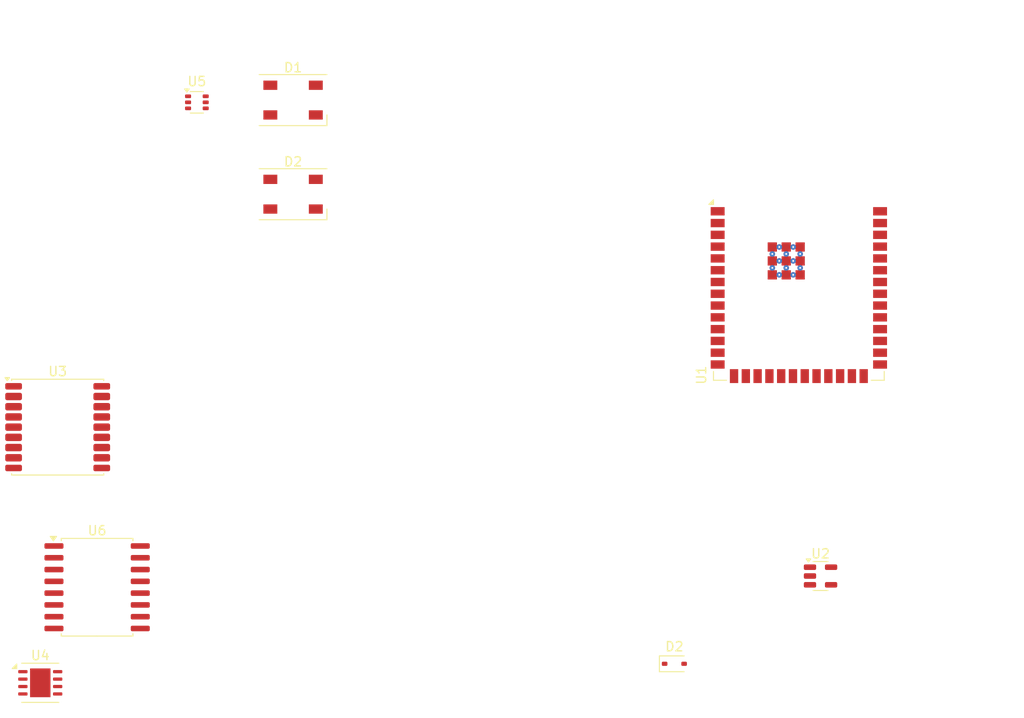
<source format=kicad_pcb>
(kicad_pcb (version 20240108) (generator "pcbnew") (generator_version "8.0")
  (layers (0 "F.Cu" signal) (31 "B.Cu" signal) (34 "B.Paste" user) (35 "F.Paste" user) (36 "B.SilkS" user "B.Silkscreen") (37 "F.SilkS" user "F.Silkscreen") (38 "B.Mask" user) (39 "F.Mask" user) (44 "Edge.Cuts" user))
  (net 0 "")
  (net 2 "GND")
  (net 10 "3V3")
  (net 12 "Net-(U3-GND-Pad1)")
  (net 27 "/VBUS")
  (net 31 "Net-(D2-A)")
  (net 34 "/D-")
  (net 39 "/D+")
  (net 69 "Net-(U4-VSS-Pad4)")
  (net 78 "Net-(U6-GND-Pad10)")
  (footprint "LED_SMD:LED_SK6812_PLCC4_5.0x5.0mm_P3.2mm" (layer "F.Cu") (at 54.615 57.9)
    (property "Reference" "D2" (at 0 -3.5 0) (layer "F.SilkS"))
    (property "Value" "SK6812")
    (fp_line (start -3.65 -2.75) (end 3.65 -2.75) (stroke (width 0.12)) (layer "F.SilkS"))
    (fp_line (start -3.65 2.75) (end 3.65 2.75) (stroke (width 0.12)) (layer "F.SilkS"))
    (fp_line (start 3.65 2.75) (end 3.65 1.6) (stroke (width 0.12)) (layer "F.SilkS"))
    (pad "1" smd rect (at 2.45 1.6) (size 1.5 1) (layers "F.Cu" "F.Paste" "F.Mask"))
    (pad "2" smd rect (at 2.45 -1.6) (size 1.5 1) (layers "F.Cu" "F.Paste" "F.Mask"))
    (pad "3" smd rect (at -2.45 -1.6) (size 1.5 1) (layers "F.Cu" "F.Paste" "F.Mask"))
    (pad "4" smd rect (at -2.45 1.6) (size 1.5 1) (layers "F.Cu" "F.Paste" "F.Mask"))
  )
  (footprint "Package_SO:SOIC-16W_7.5x10.3mm_P1.27mm" (layer "F.Cu") (at 33.5 100.25)
    (property "Reference" "U6" (at 0 -6.1 0) (layer "F.SilkS"))
    (property "Value" "DS3231M")
    (fp_line (start -3.86 -5.26) (end -3.86 -5.005) (stroke (width 0.12)) (layer "F.SilkS"))
    (fp_line (start -3.86 5.26) (end -3.86 5.005) (stroke (width 0.12)) (layer "F.SilkS"))
    (fp_line (start 0 -5.26) (end -3.86 -5.26) (stroke (width 0.12)) (layer "F.SilkS"))
    (fp_line (start 0 -5.26) (end 3.86 -5.26) (stroke (width 0.12)) (layer "F.SilkS"))
    (fp_line (start 0 5.26) (end -3.86 5.26) (stroke (width 0.12)) (layer "F.SilkS"))
    (fp_line (start 0 5.26) (end 3.86 5.26) (stroke (width 0.12)) (layer "F.SilkS"))
    (fp_line (start 3.86 -5.26) (end 3.86 -5.005) (stroke (width 0.12)) (layer "F.SilkS"))
    (fp_line (start 3.86 5.26) (end 3.86 5.005) (stroke (width 0.12)) (layer "F.SilkS"))
    (fp_poly (pts (xy -4.7125 -5.005) (xy -5.0525 -5.475) (xy -4.3725 -5.475) (xy -4.7125 -5.005)) (stroke (width 0.12)) (fill solid) (layer "F.SilkS"))
    (pad "1" smd roundrect (at -4.65 -4.445) (size 2.05 0.6) (layers "F.Cu" "F.Paste" "F.Mask"))
    (pad "2" smd roundrect (at -4.65 -3.175) (size 2.05 0.6) (layers "F.Cu" "F.Paste" "F.Mask"))
    (pad "3" smd roundrect (at -4.65 -1.905) (size 2.05 0.6) (layers "F.Cu" "F.Paste" "F.Mask"))
    (pad "4" smd roundrect (at -4.65 -0.635) (size 2.05 0.6) (layers "F.Cu" "F.Paste" "F.Mask"))
    (pad "5" smd roundrect (at -4.65 0.635) (size 2.05 0.6) (layers "F.Cu" "F.Paste" "F.Mask") (net 78 "Net-(U6-GND-Pad10)"))
    (pad "6" smd roundrect (at -4.65 1.905) (size 2.05 0.6) (layers "F.Cu" "F.Paste" "F.Mask") (net 78 "Net-(U6-GND-Pad10)"))
    (pad "7" smd roundrect (at -4.65 3.175) (size 2.05 0.6) (layers "F.Cu" "F.Paste" "F.Mask") (net 78 "Net-(U6-GND-Pad10)"))
    (pad "8" smd roundrect (at -4.65 4.445) (size 2.05 0.6) (layers "F.Cu" "F.Paste" "F.Mask") (net 78 "Net-(U6-GND-Pad10)"))
    (pad "9" smd roundrect (at 4.65 4.445) (size 2.05 0.6) (layers "F.Cu" "F.Paste" "F.Mask") (net 78 "Net-(U6-GND-Pad10)"))
    (pad "10" smd roundrect (at 4.65 3.175) (size 2.05 0.6) (layers "F.Cu" "F.Paste" "F.Mask") (net 78 "Net-(U6-GND-Pad10)"))
    (pad "11" smd roundrect (at 4.65 1.905) (size 2.05 0.6) (layers "F.Cu" "F.Paste" "F.Mask") (net 78 "Net-(U6-GND-Pad10)"))
    (pad "12" smd roundrect (at 4.65 0.635) (size 2.05 0.6) (layers "F.Cu" "F.Paste" "F.Mask") (net 78 "Net-(U6-GND-Pad10)"))
    (pad "13" smd roundrect (at 4.65 -0.635) (size 2.05 0.6) (layers "F.Cu" "F.Paste" "F.Mask") (net 78 "Net-(U6-GND-Pad10)"))
    (pad "14" smd roundrect (at 4.65 -1.905) (size 2.05 0.6) (layers "F.Cu" "F.Paste" "F.Mask"))
    (pad "15" smd roundrect (at 4.65 -3.175) (size 2.05 0.6) (layers "F.Cu" "F.Paste" "F.Mask"))
    (pad "16" smd roundrect (at 4.65 -4.445) (size 2.05 0.6) (layers "F.Cu" "F.Paste" "F.Mask"))
  )
  (footprint "RF_GPS:ublox_MAX" (layer "F.Cu") (at 29.25 83)
    (property "Reference" "U3" (at 0 -6 0) (layer "F.SilkS"))
    (property "Value" "MAX-M10S")
    (fp_line (start -4.96 -5.16) (end -4.96 -5.01) (stroke (width 0.12)) (layer "F.SilkS"))
    (fp_line (start -4.96 -5.16) (end 4.96 -5.16) (stroke (width 0.12)) (layer "F.SilkS"))
    (fp_line (start -4.96 5.01) (end -4.96 5.16) (stroke (width 0.12)) (layer "F.SilkS"))
    (fp_line (start -4.96 5.16) (end 4.96 5.16) (stroke (width 0.12)) (layer "F.SilkS"))
    (fp_line (start 4.96 -5.16) (end 4.96 -5.01) (stroke (width 0.12)) (layer "F.SilkS"))
    (fp_line (start 4.96 5.01) (end 4.96 5.16) (stroke (width 0.12)) (layer "F.SilkS"))
    (fp_poly (pts (xy -5.43 -5.01) (xy -5.67 -5.34) (xy -5.19 -5.34) (xy -5.43 -5.01)) (stroke (width 0.12)) (fill solid) (layer "F.SilkS"))
    (pad "1" smd roundrect (at -4.75 -4.4) (size 1.8 0.7) (layers "F.Cu" "F.Paste" "F.Mask") (net 12 "Net-(U3-GND-Pad1)"))
    (pad "2" smd roundrect (at -4.75 -3.3) (size 1.8 0.8) (layers "F.Cu" "F.Paste" "F.Mask"))
    (pad "3" smd roundrect (at -4.75 -2.2) (size 1.8 0.8) (layers "F.Cu" "F.Paste" "F.Mask"))
    (pad "4" smd roundrect (at -4.75 -1.1) (size 1.8 0.8) (layers "F.Cu" "F.Paste" "F.Mask"))
    (pad "5" smd roundrect (at -4.75 0) (size 1.8 0.8) (layers "F.Cu" "F.Paste" "F.Mask"))
    (pad "6" smd roundrect (at -4.75 1.1) (size 1.8 0.8) (layers "F.Cu" "F.Paste" "F.Mask"))
    (pad "7" smd roundrect (at -4.75 2.2) (size 1.8 0.8) (layers "F.Cu" "F.Paste" "F.Mask"))
    (pad "8" smd roundrect (at -4.75 3.3) (size 1.8 0.8) (layers "F.Cu" "F.Paste" "F.Mask"))
    (pad "9" smd roundrect (at -4.75 4.4) (size 1.8 0.7) (layers "F.Cu" "F.Paste" "F.Mask"))
    (pad "10" smd roundrect (at 4.75 4.4) (size 1.8 0.7) (layers "F.Cu" "F.Paste" "F.Mask") (net 12 "Net-(U3-GND-Pad1)"))
    (pad "11" smd roundrect (at 4.75 3.3) (size 1.8 0.8) (layers "F.Cu" "F.Paste" "F.Mask"))
    (pad "12" smd roundrect (at 4.75 2.2) (size 1.8 0.8) (layers "F.Cu" "F.Paste" "F.Mask") (net 12 "Net-(U3-GND-Pad1)"))
    (pad "13" smd roundrect (at 4.75 1.1) (size 1.8 0.8) (layers "F.Cu" "F.Paste" "F.Mask"))
    (pad "14" smd roundrect (at 4.75 0) (size 1.8 0.8) (layers "F.Cu" "F.Paste" "F.Mask"))
    (pad "15" smd roundrect (at 4.75 -1.1) (size 1.8 0.8) (layers "F.Cu" "F.Paste" "F.Mask"))
    (pad "16" smd roundrect (at 4.75 -2.2) (size 1.8 0.8) (layers "F.Cu" "F.Paste" "F.Mask"))
    (pad "17" smd roundrect (at 4.75 -3.3) (size 1.8 0.8) (layers "F.Cu" "F.Paste" "F.Mask"))
    (pad "18" smd roundrect (at 4.75 -4.4) (size 1.8 0.7) (layers "F.Cu" "F.Paste" "F.Mask"))
  )
  (footprint "Package_TO_SOT_SMD:SOT-23-5" (layer "F.Cu") (at 111.45 99.04)
    (property "Reference" "U2" (at 0 -2.4 0) (layer "F.SilkS"))
    (property "Value" "AP2112K-3.3")
    (fp_line (start 0 -1.56) (end -0.8 -1.56) (stroke (width 0.12)) (layer "F.SilkS"))
    (fp_line (start 0 -1.56) (end 0.8 -1.56) (stroke (width 0.12)) (layer "F.SilkS"))
    (fp_line (start 0 1.56) (end -0.8 1.56) (stroke (width 0.12)) (layer "F.SilkS"))
    (fp_line (start 0 1.56) (end 0.8 1.56) (stroke (width 0.12)) (layer "F.SilkS"))
    (fp_poly (pts (xy -1.3 -1.51) (xy -1.54 -1.84) (xy -1.06 -1.84) (xy -1.3 -1.51)) (stroke (width 0.12)) (fill solid) (layer "F.SilkS"))
    (pad "1" smd roundrect (at -1.1375 -0.95) (size 1.325 0.6) (layers "F.Cu" "F.Paste" "F.Mask") (net 27 "/VBUS"))
    (pad "2" smd roundrect (at -1.1375 0) (size 1.325 0.6) (layers "F.Cu" "F.Paste" "F.Mask") (net 2 "GND"))
    (pad "3" smd roundrect (at -1.1375 0.95) (size 1.325 0.6) (layers "F.Cu" "F.Paste" "F.Mask") (net 27 "/VBUS"))
    (pad "4" smd roundrect (at 1.1375 0.95) (size 1.325 0.6) (layers "F.Cu" "F.Paste" "F.Mask"))
    (pad "5" smd roundrect (at 1.1375 -0.95) (size 1.325 0.6) (layers "F.Cu" "F.Paste" "F.Mask") (net 10 "3V3"))
  )
  (footprint "Diode_SMD:D_SOD-323" (layer "F.Cu") (at 95.7 108.5)
    (property "Reference" "D2" (at 0 -1.85 0) (layer "F.SilkS"))
    (property "Value" "NSR0320MW2T1G")
    (fp_line (start -1.61 -0.85) (end -1.61 0.85) (stroke (width 0.12)) (layer "F.SilkS"))
    (fp_line (start -1.61 -0.85) (end 1.05 -0.85) (stroke (width 0.12)) (layer "F.SilkS"))
    (fp_line (start -1.61 0.85) (end 1.05 0.85) (stroke (width 0.12)) (layer "F.SilkS"))
    (pad "1" smd roundrect (at -1.05 0) (size 0.6 0.45) (layers "F.Cu" "F.Paste" "F.Mask") (net 27 "/VBUS"))
    (pad "2" smd roundrect (at 1.05 0) (size 0.6 0.45) (layers "F.Cu" "F.Paste" "F.Mask") (net 31 "Net-(D2-A)"))
  )
  (footprint "LED_SMD:LED_SK6812_PLCC4_5.0x5.0mm_P3.2mm" (layer "F.Cu") (at 54.615 47.76)
    (property "Reference" "D1" (at 0 -3.5 0) (layer "F.SilkS"))
    (property "Value" "SK6812")
    (fp_line (start -3.65 -2.75) (end 3.65 -2.75) (stroke (width 0.12)) (layer "F.SilkS"))
    (fp_line (start -3.65 2.75) (end 3.65 2.75) (stroke (width 0.12)) (layer "F.SilkS"))
    (fp_line (start 3.65 2.75) (end 3.65 1.6) (stroke (width 0.12)) (layer "F.SilkS"))
    (pad "1" smd rect (at 2.45 1.6) (size 1.5 1) (layers "F.Cu" "F.Paste" "F.Mask"))
    (pad "2" smd rect (at 2.45 -1.6) (size 1.5 1) (layers "F.Cu" "F.Paste" "F.Mask"))
    (pad "3" smd rect (at -2.45 -1.6) (size 1.5 1) (layers "F.Cu" "F.Paste" "F.Mask"))
    (pad "4" smd rect (at -2.45 1.6) (size 1.5 1) (layers "F.Cu" "F.Paste" "F.Mask"))
  )
  (footprint "Package_SON:HVSON-8-1EP_4x4mm_P0.8mm_EP2.2x3.1mm" (layer "F.Cu") (at 27.375 110.55)
    (property "Reference" "U4" (at 0 -2.95 0) (layer "F.SilkS"))
    (property "Value" "PCF8523TK")
    (fp_line (start -2 -2.11) (end 2 -2.11) (stroke (width 0.12)) (layer "F.SilkS"))
    (fp_line (start -2 2.11) (end 2 2.11) (stroke (width 0.12)) (layer "F.SilkS"))
    (fp_poly (pts (xy -2.54 -1.54) (xy -3.02 -1.54) (xy -2.54 -2.02) (xy -2.54 -1.54)) (stroke (width 0.12)) (fill solid) (layer "F.SilkS"))
    (pad "1" smd roundrect (at -1.875 -1.2) (size 1 0.35) (layers "F.Cu" "F.Paste" "F.Mask"))
    (pad "2" smd roundrect (at -1.875 -0.4) (size 1 0.35) (layers "F.Cu" "F.Paste" "F.Mask"))
    (pad "3" smd roundrect (at -1.875 0.4) (size 1 0.35) (layers "F.Cu" "F.Paste" "F.Mask"))
    (pad "4" smd roundrect (at -1.875 1.2) (size 1 0.35) (layers "F.Cu" "F.Paste" "F.Mask") (net 69 "Net-(U4-VSS-Pad4)"))
    (pad "5" smd roundrect (at 1.875 1.2) (size 1 0.35) (layers "F.Cu" "F.Paste" "F.Mask"))
    (pad "6" smd roundrect (at 1.875 0.4) (size 1 0.35) (layers "F.Cu" "F.Paste" "F.Mask"))
    (pad "7" smd roundrect (at 1.875 -0.4) (size 1 0.35) (layers "F.Cu" "F.Paste" "F.Mask"))
    (pad "8" smd roundrect (at 1.875 -1.2) (size 1 0.35) (layers "F.Cu" "F.Paste" "F.Mask"))
    (pad "9" smd rect (at 0 0) (size 2.2 3.1) (property pad_prop_heatsink) (layers "F.Cu" "F.Mask") (net 69 "Net-(U4-VSS-Pad4)"))
  )
  (footprint "Package_TO_SOT_SMD:SOT-363_SC-70-6" (layer "F.Cu") (at 44.25 48)
    (property "Reference" "U5" (at 0 -2.25 0) (layer "F.SilkS"))
    (property "Value" "SN74LVC1T45GW")
    (fp_line (start -0.71 -1.16) (end 0.7 -1.16) (stroke (width 0.12)) (layer "F.SilkS"))
    (fp_line (start -0.7 1.16) (end 0.7 1.16) (stroke (width 0.12)) (layer "F.SilkS"))
    (fp_poly (pts (xy -1.08 -1.11) (xy -1.32 -1.44) (xy -0.84 -1.44) (xy -1.08 -1.11)) (stroke (width 0.12)) (fill solid) (layer "F.SilkS"))
    (pad "1" smd roundrect (at -0.95 -0.65) (size 0.65 0.4) (layers "F.Cu" "F.Paste" "F.Mask") (net 10 "3V3"))
    (pad "2" smd roundrect (at -0.95 0) (size 0.65 0.4) (layers "F.Cu" "F.Paste" "F.Mask") (net 2 "GND"))
    (pad "3" smd roundrect (at -0.95 0.65) (size 0.65 0.4) (layers "F.Cu" "F.Paste" "F.Mask"))
    (pad "4" smd roundrect (at 0.95 0.65) (size 0.65 0.4) (layers "F.Cu" "F.Paste" "F.Mask"))
    (pad "5" smd roundrect (at 0.95 0) (size 0.65 0.4) (layers "F.Cu" "F.Paste" "F.Mask") (net 27 "/VBUS"))
    (pad "6" smd roundrect (at 0.95 -0.65) (size 0.65 0.4) (layers "F.Cu" "F.Paste" "F.Mask") (net 27 "/VBUS"))
  )
  (footprint "RF_Module:ESP32-S3-WROOM-2" (layer "F.Cu") (at 109.115 65)
    (property "Reference" "U1" (at -10.5 13.5 90) (layer "F.SilkS") (effects (justify left)))
    (property "Value" "ESP32-S3-WROOM-2-N32R8V")
    (fp_line (start -9.2 12.95) (end -9.2 12) (stroke (width 0.12)) (layer "F.SilkS"))
    (fp_line (start -7.8 12.95) (end -9.2 12.95) (stroke (width 0.12)) (layer "F.SilkS"))
    (fp_line (start 7.8 12.95) (end 9.2 12.95) (stroke (width 0.12)) (layer "F.SilkS"))
    (fp_line (start 9.2 12.95) (end 9.2 12) (stroke (width 0.12)) (layer "F.SilkS"))
    (fp_poly (pts (xy -9.2 -6) (xy -9.7 -6) (xy -9.2 -6.5) (xy -9.2 -6)) (stroke (width 0.12)) (fill solid) (layer "F.SilkS"))
    (pad "1" smd rect (at -8.75 -5.26) (size 1.5 0.9) (layers "F.Cu" "F.Paste" "F.Mask") (net 2 "GND"))
    (pad "2" smd rect (at -8.75 -3.99) (size 1.5 0.9) (layers "F.Cu" "F.Paste" "F.Mask") (net 10 "3V3"))
    (pad "3" smd rect (at -8.75 -2.72) (size 1.5 0.9) (layers "F.Cu" "F.Paste" "F.Mask"))
    (pad "4" smd rect (at -8.75 -1.45) (size 1.5 0.9) (layers "F.Cu" "F.Paste" "F.Mask"))
    (pad "5" smd rect (at -8.75 -0.18) (size 1.5 0.9) (layers "F.Cu" "F.Paste" "F.Mask"))
    (pad "6" smd rect (at -8.75 1.09) (size 1.5 0.9) (layers "F.Cu" "F.Paste" "F.Mask"))
    (pad "7" smd rect (at -8.75 2.36) (size 1.5 0.9) (layers "F.Cu" "F.Paste" "F.Mask"))
    (pad "8" smd rect (at -8.75 3.63) (size 1.5 0.9) (layers "F.Cu" "F.Paste" "F.Mask"))
    (pad "9" smd rect (at -8.75 4.9) (size 1.5 0.9) (layers "F.Cu" "F.Paste" "F.Mask"))
    (pad "10" smd rect (at -8.75 6.17) (size 1.5 0.9) (layers "F.Cu" "F.Paste" "F.Mask"))
    (pad "11" smd rect (at -8.75 7.44) (size 1.5 0.9) (layers "F.Cu" "F.Paste" "F.Mask"))
    (pad "12" smd rect (at -8.75 8.71) (size 1.5 0.9) (layers "F.Cu" "F.Paste" "F.Mask"))
    (pad "13" smd rect (at -8.75 9.98) (size 1.5 0.9) (layers "F.Cu" "F.Paste" "F.Mask") (net 34 "/D-"))
    (pad "14" smd rect (at -8.75 11.25) (size 1.5 0.9) (layers "F.Cu" "F.Paste" "F.Mask") (net 39 "/D+"))
    (pad "15" smd rect (at -6.985 12.5 90) (size 1.5 0.9) (layers "F.Cu" "F.Paste" "F.Mask"))
    (pad "16" smd rect (at -5.715 12.5 90) (size 1.5 0.9) (layers "F.Cu" "F.Paste" "F.Mask"))
    (pad "17" smd rect (at -4.445 12.5 90) (size 1.5 0.9) (layers "F.Cu" "F.Paste" "F.Mask"))
    (pad "18" smd rect (at -3.175 12.5 90) (size 1.5 0.9) (layers "F.Cu" "F.Paste" "F.Mask"))
    (pad "19" smd rect (at -1.905 12.5 90) (size 1.5 0.9) (layers "F.Cu" "F.Paste" "F.Mask"))
    (pad "20" smd rect (at -0.635 12.5 90) (size 1.5 0.9) (layers "F.Cu" "F.Paste" "F.Mask"))
    (pad "21" smd rect (at 0.635 12.5 90) (size 1.5 0.9) (layers "F.Cu" "F.Paste" "F.Mask"))
    (pad "22" smd rect (at 1.905 12.5 90) (size 1.5 0.9) (layers "F.Cu" "F.Paste" "F.Mask"))
    (pad "23" smd rect (at 3.175 12.5 90) (size 1.5 0.9) (layers "F.Cu" "F.Paste" "F.Mask"))
    (pad "24" smd rect (at 4.445 12.5 90) (size 1.5 0.9) (layers "F.Cu" "F.Paste" "F.Mask"))
    (pad "25" smd rect (at 5.715 12.5 90) (size 1.5 0.9) (layers "F.Cu" "F.Paste" "F.Mask"))
    (pad "26" smd rect (at 6.985 12.5 90) (size 1.5 0.9) (layers "F.Cu" "F.Paste" "F.Mask"))
    (pad "27" smd rect (at 8.75 11.25) (size 1.5 0.9) (layers "F.Cu" "F.Paste" "F.Mask"))
    (pad "28" smd rect (at 8.75 9.98) (size 1.5 0.9) (layers "F.Cu" "F.Paste" "F.Mask"))
    (pad "29" smd rect (at 8.75 8.71) (size 1.5 0.9) (layers "F.Cu" "F.Paste" "F.Mask"))
    (pad "30" smd rect (at 8.75 7.44) (size 1.5 0.9) (layers "F.Cu" "F.Paste" "F.Mask"))
    (pad "31" smd rect (at 8.75 6.17) (size 1.5 0.9) (layers "F.Cu" "F.Paste" "F.Mask"))
    (pad "32" smd rect (at 8.75 4.9) (size 1.5 0.9) (layers "F.Cu" "F.Paste" "F.Mask"))
    (pad "33" smd rect (at 8.75 3.63) (size 1.5 0.9) (layers "F.Cu" "F.Paste" "F.Mask"))
    (pad "34" smd rect (at 8.75 2.36) (size 1.5 0.9) (layers "F.Cu" "F.Paste" "F.Mask"))
    (pad "35" smd rect (at 8.75 1.09) (size 1.5 0.9) (layers "F.Cu" "F.Paste" "F.Mask"))
    (pad "36" smd rect (at 8.75 -0.18) (size 1.5 0.9) (layers "F.Cu" "F.Paste" "F.Mask"))
    (pad "37" smd rect (at 8.75 -1.45) (size 1.5 0.9) (layers "F.Cu" "F.Paste" "F.Mask"))
    (pad "38" smd rect (at 8.75 -2.72) (size 1.5 0.9) (layers "F.Cu" "F.Paste" "F.Mask"))
    (pad "39" smd rect (at 8.75 -3.99) (size 1.5 0.9) (layers "F.Cu" "F.Paste" "F.Mask"))
    (pad "40" smd rect (at 8.75 -5.26) (size 1.5 0.9) (layers "F.Cu" "F.Paste" "F.Mask") (net 2 "GND"))
    (pad "41" smd rect (at -2.86 -1.41) (size 1 1) (layers "F.Cu" "F.Paste" "F.Mask") (net 2 "GND"))
    (pad "41" thru_hole circle (at -2.86 -0.66) (size 0.6 0.6) (drill 0.2) (layers "*.Cu" "*.Mask") (net 2 "GND"))
    (pad "41" smd rect (at -2.86 0.09) (size 1 1) (layers "F.Cu" "F.Paste" "F.Mask") (net 2 "GND"))
    (pad "41" thru_hole circle (at -2.86 0.84) (size 0.6 0.6) (drill 0.2) (layers "*.Cu" "*.Mask") (net 2 "GND"))
    (pad "41" smd rect (at -2.86 1.59) (size 1 1) (layers "F.Cu" "F.Paste" "F.Mask") (net 2 "GND"))
    (pad "41" thru_hole circle (at -2.11 -1.41) (size 0.6 0.6) (drill 0.2) (layers "*.Cu" "*.Mask") (net 2 "GND"))
    (pad "41" thru_hole circle (at -2.11 0.09) (size 0.6 0.6) (drill 0.2) (layers "*.Cu" "*.Mask") (net 2 "GND"))
    (pad "41" thru_hole circle (at -2.11 1.59) (size 0.6 0.6) (drill 0.2) (layers "*.Cu" "*.Mask") (net 2 "GND"))
    (pad "41" smd rect (at -1.36 -1.41) (size 1 1) (layers "F.Cu" "F.Paste" "F.Mask") (net 2 "GND"))
    (pad "41" thru_hole circle (at -1.36 -0.66) (size 0.6 0.6) (drill 0.2) (layers "*.Cu" "*.Mask") (net 2 "GND"))
    (pad "41" smd rect (at -1.36 0.09) (size 1 1) (layers "F.Cu" "F.Paste" "F.Mask") (net 2 "GND"))
    (pad "41" thru_hole circle (at -1.36 0.84) (size 0.6 0.6) (drill 0.2) (layers "*.Cu" "*.Mask") (net 2 "GND"))
    (pad "41" smd rect (at -1.36 1.59) (size 1 1) (layers "F.Cu" "F.Paste" "F.Mask") (net 2 "GND"))
    (pad "41" thru_hole circle (at -0.61 -1.41) (size 0.6 0.6) (drill 0.2) (layers "*.Cu" "*.Mask") (net 2 "GND"))
    (pad "41" thru_hole circle (at -0.61 0.09) (size 0.6 0.6) (drill 0.2) (layers "*.Cu" "*.Mask") (net 2 "GND"))
    (pad "41" thru_hole circle (at -0.61 1.59) (size 0.6 0.6) (drill 0.2) (layers "*.Cu" "*.Mask") (net 2 "GND"))
    (pad "41" smd rect (at 0.14 -1.41) (size 1 1) (layers "F.Cu" "F.Paste" "F.Mask") (net 2 "GND"))
    (pad "41" thru_hole circle (at 0.14 -0.66) (size 0.6 0.6) (drill 0.2) (layers "*.Cu" "*.Mask") (net 2 "GND"))
    (pad "41" smd rect (at 0.14 0.09) (size 1 1) (layers "F.Cu" "F.Paste" "F.Mask") (net 2 "GND"))
    (pad "41" thru_hole circle (at 0.14 0.84) (size 0.6 0.6) (drill 0.2) (layers "*.Cu" "*.Mask") (net 2 "GND"))
    (pad "41" smd rect (at 0.14 1.59) (size 1 1) (layers "F.Cu" "F.Paste" "F.Mask") (net 2 "GND"))
  )
)
</source>
